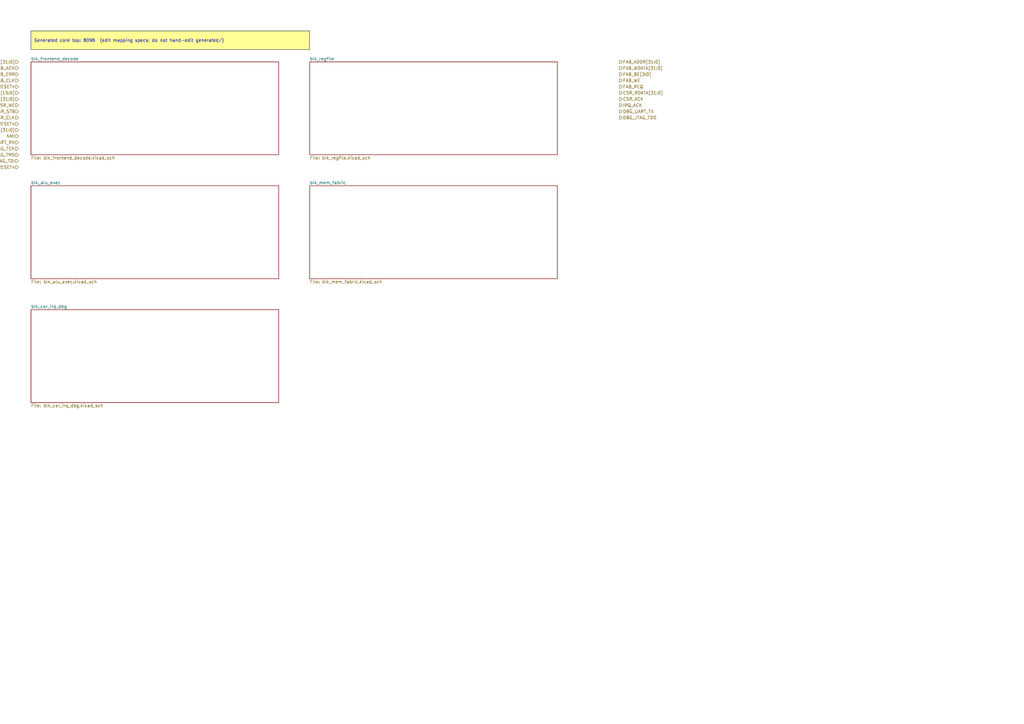
<source format=kicad_sch>
(kicad_sch
	(version 20250114)
	(generator "kicadgen")
	(generator_version "0.1")
	(uuid "69e3db36-a22a-5a9c-a9fc-833f05061ff2")
	(paper "A3")
	(title_block
		(title "8096 (generated)")
		(company "Project Carbon")
		(comment 1 "Generated - do not edit in generated/")
		(comment 2 "Edit in schem/kicad9/manual/ or refine mapping specs")
	)
	(lib_symbols)
	(text_box
		"Generated core top: 8096  (edit mapping specs; do not hand-edit generated/)"
		(exclude_from_sim no)
		(at
			12.7
			12.7
			0
		)
		(size 114.3 7.62)
		(margins
			1.27
			1.27
			1.27
			1.27
		)
		(stroke
			(width 0)
			(type default)
			(color
				0
				0
				0
				1
			)
		)
		(fill
			(type color)
			(color
				255
				255
				150
				1
			)
		)
		(effects
			(font
				(size 1.27 1.27)
			)
			(justify left)
		)
		(uuid "ed9edfbd-c14b-560b-a2c0-d4a15d8672e0")
	)
	(sheet
		(at 12.7 25.4)
		(size 101.6 38.1)
		(exclude_from_sim no)
		(in_bom yes)
		(on_board yes)
		(dnp no)
		(stroke
			(width 0)
			(type solid)
		)
		(fill
			(color
				0
				0
				0
				0
			)
		)
		(uuid "3755f90a-7f5e-5ba4-aa3f-8dc5b8df4af8")
		(property
			"Sheetname"
			"blk_frontend_decode"
			(at
				12.7
				24.13
				0
			)
			(effects
				(font
					(size 1.27 1.27)
				)
				(justify left)
			)
		)
		(property
			"Sheetfile"
			"blk_frontend_decode.kicad_sch"
			(at
				12.7
				64.77
				0
			)
			(effects
				(font
					(size 1.27 1.27)
				)
				(justify left)
			)
		)
		(instances
			(project
				"core_8096"
				(path
					"/69e3db36-a22a-5a9c-a9fc-833f05061ff2"
					(page "2")
				)
			)
		)
	)
	(sheet
		(at 127 25.4)
		(size 101.6 38.1)
		(exclude_from_sim no)
		(in_bom yes)
		(on_board yes)
		(dnp no)
		(stroke
			(width 0)
			(type solid)
		)
		(fill
			(color
				0
				0
				0
				0
			)
		)
		(uuid "13920936-f7ab-5d87-a7ba-203da5103186")
		(property
			"Sheetname"
			"blk_regfile"
			(at
				127
				24.13
				0
			)
			(effects
				(font
					(size 1.27 1.27)
				)
				(justify left)
			)
		)
		(property
			"Sheetfile"
			"blk_regfile.kicad_sch"
			(at
				127
				64.77
				0
			)
			(effects
				(font
					(size 1.27 1.27)
				)
				(justify left)
			)
		)
		(instances
			(project
				"core_8096"
				(path
					"/69e3db36-a22a-5a9c-a9fc-833f05061ff2"
					(page "3")
				)
			)
		)
	)
	(sheet
		(at 12.7 76.2)
		(size 101.6 38.1)
		(exclude_from_sim no)
		(in_bom yes)
		(on_board yes)
		(dnp no)
		(stroke
			(width 0)
			(type solid)
		)
		(fill
			(color
				0
				0
				0
				0
			)
		)
		(uuid "126592b6-847d-5890-b618-7319852432d3")
		(property
			"Sheetname"
			"blk_alu_exec"
			(at
				12.7
				74.93
				0
			)
			(effects
				(font
					(size 1.27 1.27)
				)
				(justify left)
			)
		)
		(property
			"Sheetfile"
			"blk_alu_exec.kicad_sch"
			(at
				12.7
				115.57
				0
			)
			(effects
				(font
					(size 1.27 1.27)
				)
				(justify left)
			)
		)
		(instances
			(project
				"core_8096"
				(path
					"/69e3db36-a22a-5a9c-a9fc-833f05061ff2"
					(page "4")
				)
			)
		)
	)
	(sheet
		(at 127 76.2)
		(size 101.6 38.1)
		(exclude_from_sim no)
		(in_bom yes)
		(on_board yes)
		(dnp no)
		(stroke
			(width 0)
			(type solid)
		)
		(fill
			(color
				0
				0
				0
				0
			)
		)
		(uuid "a178787e-4d12-557c-b102-8af5361170ed")
		(property
			"Sheetname"
			"blk_mem_fabric"
			(at
				127
				74.93
				0
			)
			(effects
				(font
					(size 1.27 1.27)
				)
				(justify left)
			)
		)
		(property
			"Sheetfile"
			"blk_mem_fabric.kicad_sch"
			(at
				127
				115.57
				0
			)
			(effects
				(font
					(size 1.27 1.27)
				)
				(justify left)
			)
		)
		(instances
			(project
				"core_8096"
				(path
					"/69e3db36-a22a-5a9c-a9fc-833f05061ff2"
					(page "5")
				)
			)
		)
	)
	(sheet
		(at 12.7 127)
		(size 101.6 38.1)
		(exclude_from_sim no)
		(in_bom yes)
		(on_board yes)
		(dnp no)
		(stroke
			(width 0)
			(type solid)
		)
		(fill
			(color
				0
				0
				0
				0
			)
		)
		(uuid "71659a64-be55-59c6-aab1-10aee2a84bf6")
		(property
			"Sheetname"
			"blk_csr_irq_dbg"
			(at
				12.7
				125.73
				0
			)
			(effects
				(font
					(size 1.27 1.27)
				)
				(justify left)
			)
		)
		(property
			"Sheetfile"
			"blk_csr_irq_dbg.kicad_sch"
			(at
				12.7
				166.37
				0
			)
			(effects
				(font
					(size 1.27 1.27)
				)
				(justify left)
			)
		)
		(instances
			(project
				"core_8096"
				(path
					"/69e3db36-a22a-5a9c-a9fc-833f05061ff2"
					(page "6")
				)
			)
		)
	)
	(hierarchical_label
		"FAB_ADDR[31:0]"
		(shape output)
		(at
			254
			25.4
			0
		)
		(effects
			(font
				(size 1.27 1.27)
			)
			(justify left)
		)
		(uuid "e9ced6e3-08e6-50c8-af47-e0c74c6cacdd")
	)
	(hierarchical_label
		"FAB_WDATA[31:0]"
		(shape output)
		(at
			254
			27.94
			0
		)
		(effects
			(font
				(size 1.27 1.27)
			)
			(justify left)
		)
		(uuid "a1407564-445b-57e6-81f8-1989f56da787")
	)
	(hierarchical_label
		"FAB_RDATA[31:0]"
		(shape input)
		(at
			7.62
			25.4
			180
		)
		(effects
			(font
				(size 1.27 1.27)
			)
			(justify right)
		)
		(uuid "bd3ca475-97a5-541d-ad99-c5c4b0ce57af")
	)
	(hierarchical_label
		"FAB_BE[3:0]"
		(shape output)
		(at
			254
			30.48
			0
		)
		(effects
			(font
				(size 1.27 1.27)
			)
			(justify left)
		)
		(uuid "b759090a-9377-5c13-863d-de71fdb4a153")
	)
	(hierarchical_label
		"FAB_WE"
		(shape output)
		(at
			254
			33.02
			0
		)
		(effects
			(font
				(size 1.27 1.27)
			)
			(justify left)
		)
		(uuid "53cdda69-f71d-57d7-9a60-6c71a98e0282")
	)
	(hierarchical_label
		"FAB_REQ"
		(shape output)
		(at
			254
			35.56
			0
		)
		(effects
			(font
				(size 1.27 1.27)
			)
			(justify left)
		)
		(uuid "c84ccf86-289a-5f24-9e62-1ca8fc45b17b")
	)
	(hierarchical_label
		"FAB_ACK"
		(shape input)
		(at
			7.62
			27.94
			180
		)
		(effects
			(font
				(size 1.27 1.27)
			)
			(justify right)
		)
		(uuid "25ca100e-ead2-5ee8-85a6-7ad973dbabd5")
	)
	(hierarchical_label
		"FAB_ERR"
		(shape input)
		(at
			7.62
			30.48
			180
		)
		(effects
			(font
				(size 1.27 1.27)
			)
			(justify right)
		)
		(uuid "9525be25-4982-52ff-8dcf-027eda28c87c")
	)
	(hierarchical_label
		"FAB_CLK"
		(shape input)
		(at
			7.62
			33.02
			180
		)
		(effects
			(font
				(size 1.27 1.27)
			)
			(justify right)
		)
		(uuid "0567325d-309c-5be6-9e17-21fc6789bf14")
	)
	(hierarchical_label
		"FAB_RESETn"
		(shape input)
		(at
			7.62
			35.56
			180
		)
		(effects
			(font
				(size 1.27 1.27)
			)
			(justify right)
		)
		(uuid "3b655460-79b4-55f5-bfd0-1589be707017")
	)
	(hierarchical_label
		"CSR_ADDR[15:0]"
		(shape input)
		(at
			7.62
			38.1
			180
		)
		(effects
			(font
				(size 1.27 1.27)
			)
			(justify right)
		)
		(uuid "678529c0-2d81-5845-9be6-b76fa6c402f2")
	)
	(hierarchical_label
		"CSR_WDATA[31:0]"
		(shape input)
		(at
			7.62
			40.64
			180
		)
		(effects
			(font
				(size 1.27 1.27)
			)
			(justify right)
		)
		(uuid "39cb9504-e8b9-5232-b189-2a88727f30d2")
	)
	(hierarchical_label
		"CSR_RDATA[31:0]"
		(shape output)
		(at
			254
			38.1
			0
		)
		(effects
			(font
				(size 1.27 1.27)
			)
			(justify left)
		)
		(uuid "43bfb2a6-7baf-5921-881b-a6f88940bc57")
	)
	(hierarchical_label
		"CSR_WE"
		(shape input)
		(at
			7.62
			43.18
			180
		)
		(effects
			(font
				(size 1.27 1.27)
			)
			(justify right)
		)
		(uuid "64bd7555-b09d-582b-87df-871b7a1cb08c")
	)
	(hierarchical_label
		"CSR_STB"
		(shape input)
		(at
			7.62
			45.72
			180
		)
		(effects
			(font
				(size 1.27 1.27)
			)
			(justify right)
		)
		(uuid "34636c06-f4cf-569f-87e2-96a9d36fc478")
	)
	(hierarchical_label
		"CSR_ACK"
		(shape output)
		(at
			254
			40.64
			0
		)
		(effects
			(font
				(size 1.27 1.27)
			)
			(justify left)
		)
		(uuid "de27e1b2-6539-55b5-9eba-dfd45e8f3921")
	)
	(hierarchical_label
		"CSR_CLK"
		(shape input)
		(at
			7.62
			48.26
			180
		)
		(effects
			(font
				(size 1.27 1.27)
			)
			(justify right)
		)
		(uuid "98de8646-5524-53f4-9b43-9dad573deff1")
	)
	(hierarchical_label
		"CSR_RESETn"
		(shape input)
		(at
			7.62
			50.8
			180
		)
		(effects
			(font
				(size 1.27 1.27)
			)
			(justify right)
		)
		(uuid "7644ffa8-527d-522b-a01e-41a9bb972e21")
	)
	(hierarchical_label
		"IRQ[31:0]"
		(shape input)
		(at
			7.62
			53.34
			180
		)
		(effects
			(font
				(size 1.27 1.27)
			)
			(justify right)
		)
		(uuid "7a3ff8f1-bb0a-579d-8ede-6daa6e1fb78c")
	)
	(hierarchical_label
		"NMI"
		(shape input)
		(at
			7.62
			55.88
			180
		)
		(effects
			(font
				(size 1.27 1.27)
			)
			(justify right)
		)
		(uuid "af98f4be-9879-55c7-b333-be60e05aa989")
	)
	(hierarchical_label
		"IRQ_ACK"
		(shape output)
		(at
			254
			43.18
			0
		)
		(effects
			(font
				(size 1.27 1.27)
			)
			(justify left)
		)
		(uuid "4a997cae-a695-5cfa-9b5b-842750a6d2e4")
	)
	(hierarchical_label
		"DBG_UART_TX"
		(shape output)
		(at
			254
			45.72
			0
		)
		(effects
			(font
				(size 1.27 1.27)
			)
			(justify left)
		)
		(uuid "3c4e14db-2ed5-5a83-90e5-86888fc4cc68")
	)
	(hierarchical_label
		"DBG_UART_RX"
		(shape input)
		(at
			7.62
			58.42
			180
		)
		(effects
			(font
				(size 1.27 1.27)
			)
			(justify right)
		)
		(uuid "36130c3c-5eca-5417-936c-33bb1a6a55c0")
	)
	(hierarchical_label
		"DBG_JTAG_TCK"
		(shape input)
		(at
			7.62
			60.96
			180
		)
		(effects
			(font
				(size 1.27 1.27)
			)
			(justify right)
		)
		(uuid "8ba92319-f02d-5116-bd19-c3ac3980045c")
	)
	(hierarchical_label
		"DBG_JTAG_TMS"
		(shape input)
		(at
			7.62
			63.5
			180
		)
		(effects
			(font
				(size 1.27 1.27)
			)
			(justify right)
		)
		(uuid "df65869f-7274-592d-8cc0-e2c174108841")
	)
	(hierarchical_label
		"DBG_JTAG_TDI"
		(shape input)
		(at
			7.62
			66.04
			180
		)
		(effects
			(font
				(size 1.27 1.27)
			)
			(justify right)
		)
		(uuid "18d1ec5b-120d-57b5-8e1b-6cd4817e35db")
	)
	(hierarchical_label
		"DBG_JTAG_TDO"
		(shape output)
		(at
			254
			48.26
			0
		)
		(effects
			(font
				(size 1.27 1.27)
			)
			(justify left)
		)
		(uuid "511b7b32-2bc0-5144-bf1f-ff85bfaf38e1")
	)
	(hierarchical_label
		"DBG_RESETn"
		(shape input)
		(at
			7.62
			68.58
			180
		)
		(effects
			(font
				(size 1.27 1.27)
			)
			(justify right)
		)
		(uuid "e85034d2-4ba6-52fb-9f87-faf55c9982bf")
	)
	(sheet_instances
		(path
			"/"
			(page "1")
		)
	)
	(embedded_fonts no)
)

</source>
